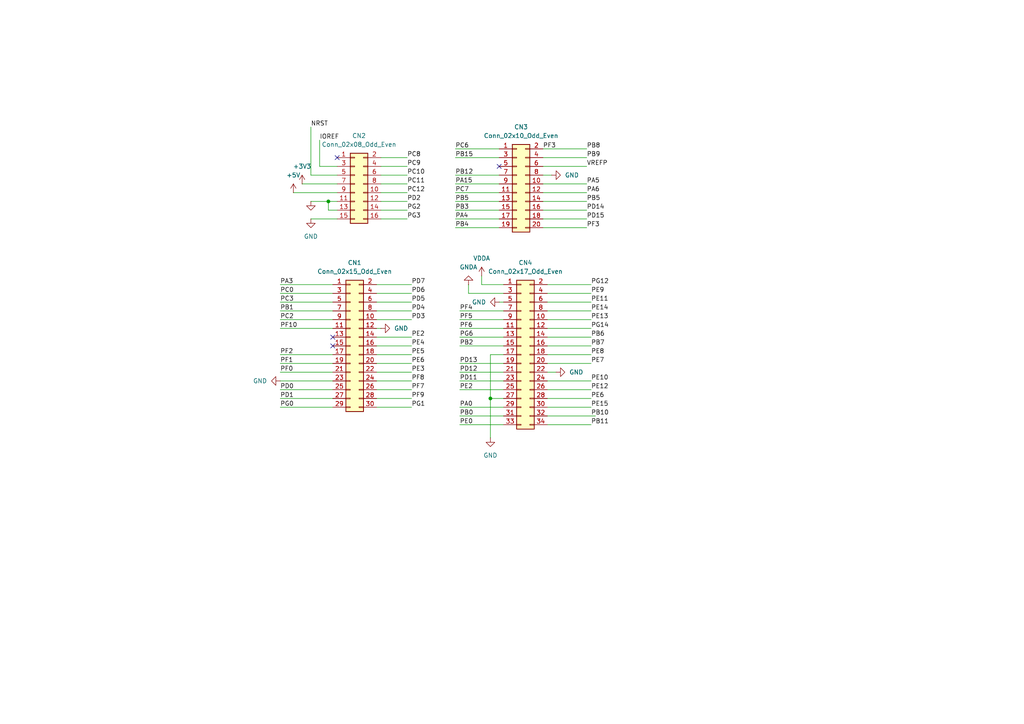
<source format=kicad_sch>
(kicad_sch (version 20231120) (generator "eeschema") (generator_version "8.0")
  (paper "A4")
  (lib_symbols
    (symbol "Connector_Generic:Conn_02x08_Odd_Even" (pin_names (offset 1.016) hide)
      (property "Reference" "J" (at 1.27 10.16 0))
      (property "Value" "Conn_02x08_Odd_Even" (at 1.27 -12.7 0))
      (symbol "Conn_02x08_Odd_Even_1_1"
        (rectangle (start -1.27 -10.033) (end 0 -10.287) (stroke (width 0.1524)))
        (rectangle (start -1.27 -7.493) (end 0 -7.747) (stroke (width 0.1524)))
        (rectangle (start -1.27 -4.953) (end 0 -5.207) (stroke (width 0.1524)))
        (rectangle (start -1.27 -2.413) (end 0 -2.667) (stroke (width 0.1524)))
        (rectangle (start -1.27 0.127) (end 0 -0.127) (stroke (width 0.1524)))
        (rectangle (start -1.27 2.667) (end 0 2.413) (stroke (width 0.1524)))
        (rectangle (start -1.27 5.207) (end 0 4.953) (stroke (width 0.1524)))
        (rectangle (start -1.27 7.747) (end 0 7.493) (stroke (width 0.1524)))
        (rectangle (start -1.27 8.89) (end 3.81 -11.43) (stroke (width 0.254)) (fill (type background)))
        (rectangle (start 3.81 -10.033) (end 2.54 -10.287) (stroke (width 0.1524)))
        (rectangle (start 3.81 -7.493) (end 2.54 -7.747) (stroke (width 0.1524)))
        (rectangle (start 3.81 -4.953) (end 2.54 -5.207) (stroke (width 0.1524)))
        (rectangle (start 3.81 -2.413) (end 2.54 -2.667) (stroke (width 0.1524)))
        (rectangle (start 3.81 0.127) (end 2.54 -0.127) (stroke (width 0.1524)))
        (rectangle (start 3.81 2.667) (end 2.54 2.413) (stroke (width 0.1524)))
        (rectangle (start 3.81 5.207) (end 2.54 4.953) (stroke (width 0.1524)))
        (rectangle (start 3.81 7.747) (end 2.54 7.493) (stroke (width 0.1524)))
        (pin passive line (at -5.08 7.62 0) (length 3.81) (name "Pin_1") (number "1"))
        (pin passive line (at 7.62 -2.54 180) (length 3.81) (name "Pin_10") (number "10"))
        (pin passive line (at -5.08 -5.08 0) (length 3.81) (name "Pin_11") (number "11"))
        (pin passive line (at 7.62 -5.08 180) (length 3.81) (name "Pin_12") (number "12"))
        (pin passive line (at -5.08 -7.62 0) (length 3.81) (name "Pin_13") (number "13"))
        (pin passive line (at 7.62 -7.62 180) (length 3.81) (name "Pin_14") (number "14"))
        (pin passive line (at -5.08 -10.16 0) (length 3.81) (name "Pin_15") (number "15"))
        (pin passive line (at 7.62 -10.16 180) (length 3.81) (name "Pin_16") (number "16"))
        (pin passive line (at 7.62 7.62 180) (length 3.81) (name "Pin_2") (number "2"))
        (pin passive line (at -5.08 5.08 0) (length 3.81) (name "Pin_3") (number "3"))
        (pin passive line (at 7.62 5.08 180) (length 3.81) (name "Pin_4") (number "4"))
        (pin passive line (at -5.08 2.54 0) (length 3.81) (name "Pin_5") (number "5"))
        (pin passive line (at 7.62 2.54 180) (length 3.81) (name "Pin_6") (number "6"))
        (pin passive line (at -5.08 0 0) (length 3.81) (name "Pin_7") (number "7"))
        (pin passive line (at 7.62 0 180) (length 3.81) (name "Pin_8") (number "8"))
        (pin passive line (at -5.08 -2.54 0) (length 3.81) (name "Pin_9") (number "9"))
      )
    )
    (symbol "Connector_Generic:Conn_02x10_Odd_Even" (pin_names (offset 1.016) hide)
      (property "Reference" "J" (at 1.27 12.7 0))
      (property "Value" "Conn_02x10_Odd_Even" (at 1.27 -15.24 0))
      (symbol "Conn_02x10_Odd_Even_1_1"
        (rectangle (start -1.27 -12.573) (end 0 -12.827) (stroke (width 0.1524)))
        (rectangle (start -1.27 -10.033) (end 0 -10.287) (stroke (width 0.1524)))
        (rectangle (start -1.27 -7.493) (end 0 -7.747) (stroke (width 0.1524)))
        (rectangle (start -1.27 -4.953) (end 0 -5.207) (stroke (width 0.1524)))
        (rectangle (start -1.27 -2.413) (end 0 -2.667) (stroke (width 0.1524)))
        (rectangle (start -1.27 0.127) (end 0 -0.127) (stroke (width 0.1524)))
        (rectangle (start -1.27 2.667) (end 0 2.413) (stroke (width 0.1524)))
        (rectangle (start -1.27 5.207) (end 0 4.953) (stroke (width 0.1524)))
        (rectangle (start -1.27 7.747) (end 0 7.493) (stroke (width 0.1524)))
        (rectangle (start -1.27 10.287) (end 0 10.033) (stroke (width 0.1524)))
        (rectangle (start -1.27 11.43) (end 3.81 -13.97) (stroke (width 0.254)) (fill (type background)))
        (rectangle (start 3.81 -12.573) (end 2.54 -12.827) (stroke (width 0.1524)))
        (rectangle (start 3.81 -10.033) (end 2.54 -10.287) (stroke (width 0.1524)))
        (rectangle (start 3.81 -7.493) (end 2.54 -7.747) (stroke (width 0.1524)))
        (rectangle (start 3.81 -4.953) (end 2.54 -5.207) (stroke (width 0.1524)))
        (rectangle (start 3.81 -2.413) (end 2.54 -2.667) (stroke (width 0.1524)))
        (rectangle (start 3.81 0.127) (end 2.54 -0.127) (stroke (width 0.1524)))
        (rectangle (start 3.81 2.667) (end 2.54 2.413) (stroke (width 0.1524)))
        (rectangle (start 3.81 5.207) (end 2.54 4.953) (stroke (width 0.1524)))
        (rectangle (start 3.81 7.747) (end 2.54 7.493) (stroke (width 0.1524)))
        (rectangle (start 3.81 10.287) (end 2.54 10.033) (stroke (width 0.1524)))
        (pin passive line (at -5.08 10.16 0) (length 3.81) (name "Pin_1") (number "1"))
        (pin passive line (at 7.62 0 180) (length 3.81) (name "Pin_10") (number "10"))
        (pin passive line (at -5.08 -2.54 0) (length 3.81) (name "Pin_11") (number "11"))
        (pin passive line (at 7.62 -2.54 180) (length 3.81) (name "Pin_12") (number "12"))
        (pin passive line (at -5.08 -5.08 0) (length 3.81) (name "Pin_13") (number "13"))
        (pin passive line (at 7.62 -5.08 180) (length 3.81) (name "Pin_14") (number "14"))
        (pin passive line (at -5.08 -7.62 0) (length 3.81) (name "Pin_15") (number "15"))
        (pin passive line (at 7.62 -7.62 180) (length 3.81) (name "Pin_16") (number "16"))
        (pin passive line (at -5.08 -10.16 0) (length 3.81) (name "Pin_17") (number "17"))
        (pin passive line (at 7.62 -10.16 180) (length 3.81) (name "Pin_18") (number "18"))
        (pin passive line (at -5.08 -12.7 0) (length 3.81) (name "Pin_19") (number "19"))
        (pin passive line (at 7.62 10.16 180) (length 3.81) (name "Pin_2") (number "2"))
        (pin passive line (at 7.62 -12.7 180) (length 3.81) (name "Pin_20") (number "20"))
        (pin passive line (at -5.08 7.62 0) (length 3.81) (name "Pin_3") (number "3"))
        (pin passive line (at 7.62 7.62 180) (length 3.81) (name "Pin_4") (number "4"))
        (pin passive line (at -5.08 5.08 0) (length 3.81) (name "Pin_5") (number "5"))
        (pin passive line (at 7.62 5.08 180) (length 3.81) (name "Pin_6") (number "6"))
        (pin passive line (at -5.08 2.54 0) (length 3.81) (name "Pin_7") (number "7"))
        (pin passive line (at 7.62 2.54 180) (length 3.81) (name "Pin_8") (number "8"))
        (pin passive line (at -5.08 0 0) (length 3.81) (name "Pin_9") (number "9"))
      )
    )
    (symbol "Connector_Generic:Conn_02x15_Odd_Even" (pin_names (offset 1.016) hide)
      (property "Reference" "J" (at 1.27 20.32 0))
      (property "Value" "Conn_02x15_Odd_Even" (at 1.27 -20.32 0))
      (symbol "Conn_02x15_Odd_Even_1_1"
        (rectangle (start -1.27 -17.653) (end 0 -17.907) (stroke (width 0.1524)))
        (rectangle (start -1.27 -15.113) (end 0 -15.367) (stroke (width 0.1524)))
        (rectangle (start -1.27 -12.573) (end 0 -12.827) (stroke (width 0.1524)))
        (rectangle (start -1.27 -10.033) (end 0 -10.287) (stroke (width 0.1524)))
        (rectangle (start -1.27 -7.493) (end 0 -7.747) (stroke (width 0.1524)))
        (rectangle (start -1.27 -4.953) (end 0 -5.207) (stroke (width 0.1524)))
        (rectangle (start -1.27 -2.413) (end 0 -2.667) (stroke (width 0.1524)))
        (rectangle (start -1.27 0.127) (end 0 -0.127) (stroke (width 0.1524)))
        (rectangle (start -1.27 2.667) (end 0 2.413) (stroke (width 0.1524)))
        (rectangle (start -1.27 5.207) (end 0 4.953) (stroke (width 0.1524)))
        (rectangle (start -1.27 7.747) (end 0 7.493) (stroke (width 0.1524)))
        (rectangle (start -1.27 10.287) (end 0 10.033) (stroke (width 0.1524)))
        (rectangle (start -1.27 12.827) (end 0 12.573) (stroke (width 0.1524)))
        (rectangle (start -1.27 15.367) (end 0 15.113) (stroke (width 0.1524)))
        (rectangle (start -1.27 17.907) (end 0 17.653) (stroke (width 0.1524)))
        (rectangle (start -1.27 19.05) (end 3.81 -19.05) (stroke (width 0.254)) (fill (type background)))
        (rectangle (start 3.81 -17.653) (end 2.54 -17.907) (stroke (width 0.1524)))
        (rectangle (start 3.81 -15.113) (end 2.54 -15.367) (stroke (width 0.1524)))
        (rectangle (start 3.81 -12.573) (end 2.54 -12.827) (stroke (width 0.1524)))
        (rectangle (start 3.81 -10.033) (end 2.54 -10.287) (stroke (width 0.1524)))
        (rectangle (start 3.81 -7.493) (end 2.54 -7.747) (stroke (width 0.1524)))
        (rectangle (start 3.81 -4.953) (end 2.54 -5.207) (stroke (width 0.1524)))
        (rectangle (start 3.81 -2.413) (end 2.54 -2.667) (stroke (width 0.1524)))
        (rectangle (start 3.81 0.127) (end 2.54 -0.127) (stroke (width 0.1524)))
        (rectangle (start 3.81 2.667) (end 2.54 2.413) (stroke (width 0.1524)))
        (rectangle (start 3.81 5.207) (end 2.54 4.953) (stroke (width 0.1524)))
        (rectangle (start 3.81 7.747) (end 2.54 7.493) (stroke (width 0.1524)))
        (rectangle (start 3.81 10.287) (end 2.54 10.033) (stroke (width 0.1524)))
        (rectangle (start 3.81 12.827) (end 2.54 12.573) (stroke (width 0.1524)))
        (rectangle (start 3.81 15.367) (end 2.54 15.113) (stroke (width 0.1524)))
        (rectangle (start 3.81 17.907) (end 2.54 17.653) (stroke (width 0.1524)))
        (pin passive line (at -5.08 17.78 0) (length 3.81) (name "Pin_1") (number "1"))
        (pin passive line (at 7.62 7.62 180) (length 3.81) (name "Pin_10") (number "10"))
        (pin passive line (at -5.08 5.08 0) (length 3.81) (name "Pin_11") (number "11"))
        (pin passive line (at 7.62 5.08 180) (length 3.81) (name "Pin_12") (number "12"))
        (pin passive line (at -5.08 2.54 0) (length 3.81) (name "Pin_13") (number "13"))
        (pin passive line (at 7.62 2.54 180) (length 3.81) (name "Pin_14") (number "14"))
        (pin passive line (at -5.08 0 0) (length 3.81) (name "Pin_15") (number "15"))
        (pin passive line (at 7.62 0 180) (length 3.81) (name "Pin_16") (number "16"))
        (pin passive line (at -5.08 -2.54 0) (length 3.81) (name "Pin_17") (number "17"))
        (pin passive line (at 7.62 -2.54 180) (length 3.81) (name "Pin_18") (number "18"))
        (pin passive line (at -5.08 -5.08 0) (length 3.81) (name "Pin_19") (number "19"))
        (pin passive line (at 7.62 17.78 180) (length 3.81) (name "Pin_2") (number "2"))
        (pin passive line (at 7.62 -5.08 180) (length 3.81) (name "Pin_20") (number "20"))
        (pin passive line (at -5.08 -7.62 0) (length 3.81) (name "Pin_21") (number "21"))
        (pin passive line (at 7.62 -7.62 180) (length 3.81) (name "Pin_22") (number "22"))
        (pin passive line (at -5.08 -10.16 0) (length 3.81) (name "Pin_23") (number "23"))
        (pin passive line (at 7.62 -10.16 180) (length 3.81) (name "Pin_24") (number "24"))
        (pin passive line (at -5.08 -12.7 0) (length 3.81) (name "Pin_25") (number "25"))
        (pin passive line (at 7.62 -12.7 180) (length 3.81) (name "Pin_26") (number "26"))
        (pin passive line (at -5.08 -15.24 0) (length 3.81) (name "Pin_27") (number "27"))
        (pin passive line (at 7.62 -15.24 180) (length 3.81) (name "Pin_28") (number "28"))
        (pin passive line (at -5.08 -17.78 0) (length 3.81) (name "Pin_29") (number "29"))
        (pin passive line (at -5.08 15.24 0) (length 3.81) (name "Pin_3") (number "3"))
        (pin passive line (at 7.62 -17.78 180) (length 3.81) (name "Pin_30") (number "30"))
        (pin passive line (at 7.62 15.24 180) (length 3.81) (name "Pin_4") (number "4"))
        (pin passive line (at -5.08 12.7 0) (length 3.81) (name "Pin_5") (number "5"))
        (pin passive line (at 7.62 12.7 180) (length 3.81) (name "Pin_6") (number "6"))
        (pin passive line (at -5.08 10.16 0) (length 3.81) (name "Pin_7") (number "7"))
        (pin passive line (at 7.62 10.16 180) (length 3.81) (name "Pin_8") (number "8"))
        (pin passive line (at -5.08 7.62 0) (length 3.81) (name "Pin_9") (number "9"))
      )
    )
    (symbol "Connector_Generic:Conn_02x17_Odd_Even" (pin_names (offset 1.016) hide)
      (property "Reference" "J" (at 1.27 22.86 0))
      (property "Value" "Conn_02x17_Odd_Even" (at 1.27 -22.86 0))
      (symbol "Conn_02x17_Odd_Even_1_1"
        (rectangle (start -1.27 -20.193) (end 0 -20.447) (stroke (width 0.1524)))
        (rectangle (start -1.27 -17.653) (end 0 -17.907) (stroke (width 0.1524)))
        (rectangle (start -1.27 -15.113) (end 0 -15.367) (stroke (width 0.1524)))
        (rectangle (start -1.27 -12.573) (end 0 -12.827) (stroke (width 0.1524)))
        (rectangle (start -1.27 -10.033) (end 0 -10.287) (stroke (width 0.1524)))
        (rectangle (start -1.27 -7.493) (end 0 -7.747) (stroke (width 0.1524)))
        (rectangle (start -1.27 -4.953) (end 0 -5.207) (stroke (width 0.1524)))
        (rectangle (start -1.27 -2.413) (end 0 -2.667) (stroke (width 0.1524)))
        (rectangle (start -1.27 0.127) (end 0 -0.127) (stroke (width 0.1524)))
        (rectangle (start -1.27 2.667) (end 0 2.413) (stroke (width 0.1524)))
        (rectangle (start -1.27 5.207) (end 0 4.953) (stroke (width 0.1524)))
        (rectangle (start -1.27 7.747) (end 0 7.493) (stroke (width 0.1524)))
        (rectangle (start -1.27 10.287) (end 0 10.033) (stroke (width 0.1524)))
        (rectangle (start -1.27 12.827) (end 0 12.573) (stroke (width 0.1524)))
        (rectangle (start -1.27 15.367) (end 0 15.113) (stroke (width 0.1524)))
        (rectangle (start -1.27 17.907) (end 0 17.653) (stroke (width 0.1524)))
        (rectangle (start -1.27 20.447) (end 0 20.193) (stroke (width 0.1524)))
        (rectangle (start -1.27 21.59) (end 3.81 -21.59) (stroke (width 0.254)) (fill (type background)))
        (rectangle (start 3.81 -20.193) (end 2.54 -20.447) (stroke (width 0.1524)))
        (rectangle (start 3.81 -17.653) (end 2.54 -17.907) (stroke (width 0.1524)))
        (rectangle (start 3.81 -15.113) (end 2.54 -15.367) (stroke (width 0.1524)))
        (rectangle (start 3.81 -12.573) (end 2.54 -12.827) (stroke (width 0.1524)))
        (rectangle (start 3.81 -10.033) (end 2.54 -10.287) (stroke (width 0.1524)))
        (rectangle (start 3.81 -7.493) (end 2.54 -7.747) (stroke (width 0.1524)))
        (rectangle (start 3.81 -4.953) (end 2.54 -5.207) (stroke (width 0.1524)))
        (rectangle (start 3.81 -2.413) (end 2.54 -2.667) (stroke (width 0.1524)))
        (rectangle (start 3.81 0.127) (end 2.54 -0.127) (stroke (width 0.1524)))
        (rectangle (start 3.81 2.667) (end 2.54 2.413) (stroke (width 0.1524)))
        (rectangle (start 3.81 5.207) (end 2.54 4.953) (stroke (width 0.1524)))
        (rectangle (start 3.81 7.747) (end 2.54 7.493) (stroke (width 0.1524)))
        (rectangle (start 3.81 10.287) (end 2.54 10.033) (stroke (width 0.1524)))
        (rectangle (start 3.81 12.827) (end 2.54 12.573) (stroke (width 0.1524)))
        (rectangle (start 3.81 15.367) (end 2.54 15.113) (stroke (width 0.1524)))
        (rectangle (start 3.81 17.907) (end 2.54 17.653) (stroke (width 0.1524)))
        (rectangle (start 3.81 20.447) (end 2.54 20.193) (stroke (width 0.1524)))
        (pin passive line (at -5.08 20.32 0) (length 3.81) (name "Pin_1") (number "1"))
        (pin passive line (at 7.62 10.16 180) (length 3.81) (name "Pin_10") (number "10"))
        (pin passive line (at -5.08 7.62 0) (length 3.81) (name "Pin_11") (number "11"))
        (pin passive line (at 7.62 7.62 180) (length 3.81) (name "Pin_12") (number "12"))
        (pin passive line (at -5.08 5.08 0) (length 3.81) (name "Pin_13") (number "13"))
        (pin passive line (at 7.62 5.08 180) (length 3.81) (name "Pin_14") (number "14"))
        (pin passive line (at -5.08 2.54 0) (length 3.81) (name "Pin_15") (number "15"))
        (pin passive line (at 7.62 2.54 180) (length 3.81) (name "Pin_16") (number "16"))
        (pin passive line (at -5.08 0 0) (length 3.81) (name "Pin_17") (number "17"))
        (pin passive line (at 7.62 0 180) (length 3.81) (name "Pin_18") (number "18"))
        (pin passive line (at -5.08 -2.54 0) (length 3.81) (name "Pin_19") (number "19"))
        (pin passive line (at 7.62 20.32 180) (length 3.81) (name "Pin_2") (number "2"))
        (pin passive line (at 7.62 -2.54 180) (length 3.81) (name "Pin_20") (number "20"))
        (pin passive line (at -5.08 -5.08 0) (length 3.81) (name "Pin_21") (number "21"))
        (pin passive line (at 7.62 -5.08 180) (length 3.81) (name "Pin_22") (number "22"))
        (pin passive line (at -5.08 -7.62 0) (length 3.81) (name "Pin_23") (number "23"))
        (pin passive line (at 7.62 -7.62 180) (length 3.81) (name "Pin_24") (number "24"))
        (pin passive line (at -5.08 -10.16 0) (length 3.81) (name "Pin_25") (number "25"))
        (pin passive line (at 7.62 -10.16 180) (length 3.81) (name "Pin_26") (number "26"))
        (pin passive line (at -5.08 -12.7 0) (length 3.81) (name "Pin_27") (number "27"))
        (pin passive line (at 7.62 -12.7 180) (length 3.81) (name "Pin_28") (number "28"))
        (pin passive line (at -5.08 -15.24 0) (length 3.81) (name "Pin_29") (number "29"))
        (pin passive line (at -5.08 17.78 0) (length 3.81) (name "Pin_3") (number "3"))
        (pin passive line (at 7.62 -15.24 180) (length 3.81) (name "Pin_30") (number "30"))
        (pin passive line (at -5.08 -17.78 0) (length 3.81) (name "Pin_31") (number "31"))
        (pin passive line (at 7.62 -17.78 180) (length 3.81) (name "Pin_32") (number "32"))
        (pin passive line (at -5.08 -20.32 0) (length 3.81) (name "Pin_33") (number "33"))
        (pin passive line (at 7.62 -20.32 180) (length 3.81) (name "Pin_34") (number "34"))
        (pin passive line (at 7.62 17.78 180) (length 3.81) (name "Pin_4") (number "4"))
        (pin passive line (at -5.08 15.24 0) (length 3.81) (name "Pin_5") (number "5"))
        (pin passive line (at 7.62 15.24 180) (length 3.81) (name "Pin_6") (number "6"))
        (pin passive line (at -5.08 12.7 0) (length 3.81) (name "Pin_7") (number "7"))
        (pin passive line (at 7.62 12.7 180) (length 3.81) (name "Pin_8") (number "8"))
        (pin passive line (at -5.08 10.16 0) (length 3.81) (name "Pin_9") (number "9"))
      )
    )
    (symbol "power:+3V3" (power) (pin_numbers hide) (pin_names (offset 0) hide)
      (property "Value" "+3V3" (at 0 3.556 0))
      (symbol "+3V3_0_1"
        (polyline (pts (xy -0.762 1.27) (xy 0 2.54)))
        (polyline (pts (xy 0 0) (xy 0 2.54)))
        (polyline (pts (xy 0 2.54) (xy 0.762 1.27)))
      )
      (symbol "+3V3_1_1"
        (pin power_in line (at 0 0 90) (length 0) (name "~") (number "1"))
      )
    )
    (symbol "power:+5V" (power) (pin_numbers hide) (pin_names (offset 0) hide)
      (property "Value" "+5V" (at 0 3.556 0))
      (symbol "+5V_0_1"
        (polyline (pts (xy -0.762 1.27) (xy 0 2.54)))
        (polyline (pts (xy 0 0) (xy 0 2.54)))
        (polyline (pts (xy 0 2.54) (xy 0.762 1.27)))
      )
      (symbol "+5V_1_1"
        (pin power_in line (at 0 0 90) (length 0) (name "~") (number "1"))
      )
    )
    (symbol "power:GND" (power) (pin_numbers hide) (pin_names (offset 0) hide)
      (property "Value" "GND" (at 0 -3.81 0))
      (symbol "GND_0_1"
        (polyline (pts (xy 0 0) (xy 0 -1.27) (xy 1.27 -1.27) (xy 0 -2.54) (xy -1.27 -1.27) (xy 0 -1.27)))
      )
      (symbol "GND_1_1"
        (pin power_in line (at 0 0 270) (length 0) (name "~") (number "1"))
      )
    )
    (symbol "power:GNDA" (power) (pin_numbers hide) (pin_names (offset 0) hide)
      (property "Value" "GNDA" (at 0 -3.81 0))
      (symbol "GNDA_0_1"
        (polyline (pts (xy 0 0) (xy 0 -1.27) (xy 1.27 -1.27) (xy 0 -2.54) (xy -1.27 -1.27) (xy 0 -1.27)))
      )
      (symbol "GNDA_1_1"
        (pin power_in line (at 0 0 270) (length 0) (name "~") (number "1"))
      )
    )
    (symbol "power:VDDA" (power) (pin_numbers hide) (pin_names (offset 0) hide)
      (property "Value" "VDDA" (at 0 3.556 0))
      (symbol "VDDA_0_1"
        (polyline (pts (xy -0.762 1.27) (xy 0 2.54)))
        (polyline (pts (xy 0 0) (xy 0 2.54)))
        (polyline (pts (xy 0 2.54) (xy 0.762 1.27)))
      )
      (symbol "VDDA_1_1"
        (pin power_in line (at 0 0 90) (length 0) (name "~") (number "1"))
      )
    )
  )
  (junction (at 142.24 115.57))
  (junction (at 95.25 58.42))
  (no_connect (at 144.78 48.26))
  (no_connect (at 97.79 45.72))
  (no_connect (at 96.52 97.79))
  (no_connect (at 96.52 100.33))
  (wire (pts (xy 133.35 105.41) (xy 146.05 105.41)))
  (wire (pts (xy 146.05 102.87) (xy 142.24 102.87)))
  (wire (pts (xy 81.28 110.49) (xy 96.52 110.49)))
  (wire (pts (xy 158.75 105.41) (xy 171.45 105.41)))
  (wire (pts (xy 110.49 45.72) (xy 118.11 45.72)))
  (wire (pts (xy 132.08 50.8) (xy 144.78 50.8)))
  (wire (pts (xy 132.08 53.34) (xy 144.78 53.34)))
  (wire (pts (xy 158.75 123.19) (xy 171.45 123.19)))
  (wire (pts (xy 142.24 115.57) (xy 142.24 127)))
  (wire (pts (xy 157.48 50.8) (xy 160.02 50.8)))
  (wire (pts (xy 142.24 102.87) (xy 142.24 115.57)))
  (wire (pts (xy 109.22 90.17) (xy 119.38 90.17)))
  (wire (pts (xy 90.17 50.8) (xy 90.17 36.83)))
  (wire (pts (xy 158.75 100.33) (xy 171.45 100.33)))
  (wire (pts (xy 146.05 85.09) (xy 135.89 85.09)))
  (wire (pts (xy 95.25 58.42) (xy 97.79 58.42)))
  (wire (pts (xy 81.28 107.95) (xy 96.52 107.95)))
  (wire (pts (xy 110.49 53.34) (xy 118.11 53.34)))
  (wire (pts (xy 97.79 60.96) (xy 95.25 60.96)))
  (wire (pts (xy 133.35 97.79) (xy 146.05 97.79)))
  (wire (pts (xy 157.48 45.72) (xy 170.18 45.72)))
  (wire (pts (xy 158.75 92.71) (xy 171.45 92.71)))
  (wire (pts (xy 92.71 48.26) (xy 97.79 48.26)))
  (wire (pts (xy 157.48 66.04) (xy 170.18 66.04)))
  (wire (pts (xy 81.28 90.17) (xy 96.52 90.17)))
  (wire (pts (xy 132.08 58.42) (xy 144.78 58.42)))
  (wire (pts (xy 158.75 110.49) (xy 171.45 110.49)))
  (wire (pts (xy 109.22 97.79) (xy 119.38 97.79)))
  (wire (pts (xy 133.35 92.71) (xy 146.05 92.71)))
  (wire (pts (xy 133.35 100.33) (xy 146.05 100.33)))
  (wire (pts (xy 87.63 53.34) (xy 97.79 53.34)))
  (wire (pts (xy 157.48 55.88) (xy 170.18 55.88)))
  (wire (pts (xy 139.7 80.01) (xy 139.7 82.55)))
  (wire (pts (xy 109.22 82.55) (xy 119.38 82.55)))
  (wire (pts (xy 158.75 87.63) (xy 171.45 87.63)))
  (wire (pts (xy 133.35 95.25) (xy 146.05 95.25)))
  (wire (pts (xy 110.49 50.8) (xy 118.11 50.8)))
  (wire (pts (xy 109.22 100.33) (xy 119.38 100.33)))
  (wire (pts (xy 157.48 63.5) (xy 170.18 63.5)))
  (wire (pts (xy 109.22 87.63) (xy 119.38 87.63)))
  (wire (pts (xy 109.22 113.03) (xy 119.38 113.03)))
  (wire (pts (xy 157.48 60.96) (xy 170.18 60.96)))
  (wire (pts (xy 81.28 118.11) (xy 96.52 118.11)))
  (wire (pts (xy 132.08 60.96) (xy 144.78 60.96)))
  (wire (pts (xy 158.75 90.17) (xy 171.45 90.17)))
  (wire (pts (xy 158.75 115.57) (xy 171.45 115.57)))
  (wire (pts (xy 109.22 92.71) (xy 119.38 92.71)))
  (wire (pts (xy 96.52 115.57) (xy 81.28 115.57)))
  (wire (pts (xy 158.75 82.55) (xy 171.45 82.55)))
  (wire (pts (xy 81.28 92.71) (xy 96.52 92.71)))
  (wire (pts (xy 109.22 115.57) (xy 119.38 115.57)))
  (wire (pts (xy 109.22 102.87) (xy 119.38 102.87)))
  (wire (pts (xy 157.48 53.34) (xy 170.18 53.34)))
  (wire (pts (xy 109.22 105.41) (xy 119.38 105.41)))
  (wire (pts (xy 118.11 58.42) (xy 110.49 58.42)))
  (wire (pts (xy 158.75 107.95) (xy 161.29 107.95)))
  (wire (pts (xy 81.28 105.41) (xy 96.52 105.41)))
  (wire (pts (xy 158.75 120.65) (xy 172.72 120.65)))
  (wire (pts (xy 92.71 48.26) (xy 92.71 40.64)))
  (wire (pts (xy 158.75 85.09) (xy 171.45 85.09)))
  (wire (pts (xy 81.28 95.25) (xy 96.52 95.25)))
  (wire (pts (xy 133.35 90.17) (xy 146.05 90.17)))
  (wire (pts (xy 146.05 107.95) (xy 133.35 107.95)))
  (wire (pts (xy 81.28 87.63) (xy 96.52 87.63)))
  (wire (pts (xy 133.35 123.19) (xy 146.05 123.19)))
  (wire (pts (xy 109.22 85.09) (xy 119.38 85.09)))
  (wire (pts (xy 132.08 43.18) (xy 144.78 43.18)))
  (wire (pts (xy 157.48 48.26) (xy 170.18 48.26)))
  (wire (pts (xy 133.35 110.49) (xy 146.05 110.49)))
  (wire (pts (xy 132.08 45.72) (xy 144.78 45.72)))
  (wire (pts (xy 132.08 55.88) (xy 144.78 55.88)))
  (wire (pts (xy 144.78 87.63) (xy 146.05 87.63)))
  (wire (pts (xy 85.09 55.88) (xy 97.79 55.88)))
  (wire (pts (xy 118.11 55.88) (xy 110.49 55.88)))
  (wire (pts (xy 96.52 113.03) (xy 81.28 113.03)))
  (wire (pts (xy 158.75 113.03) (xy 171.45 113.03)))
  (wire (pts (xy 95.25 58.42) (xy 95.25 60.96)))
  (wire (pts (xy 109.22 107.95) (xy 119.38 107.95)))
  (wire (pts (xy 158.75 95.25) (xy 171.45 95.25)))
  (wire (pts (xy 132.08 66.04) (xy 144.78 66.04)))
  (wire (pts (xy 142.24 115.57) (xy 146.05 115.57)))
  (wire (pts (xy 90.17 63.5) (xy 97.79 63.5)))
  (wire (pts (xy 109.22 110.49) (xy 119.38 110.49)))
  (wire (pts (xy 81.28 85.09) (xy 96.52 85.09)))
  (wire (pts (xy 118.11 63.5) (xy 110.49 63.5)))
  (wire (pts (xy 90.17 50.8) (xy 97.79 50.8)))
  (wire (pts (xy 81.28 82.55) (xy 96.52 82.55)))
  (wire (pts (xy 110.49 48.26) (xy 118.11 48.26)))
  (wire (pts (xy 139.7 82.55) (xy 146.05 82.55)))
  (wire (pts (xy 133.35 120.65) (xy 146.05 120.65)))
  (wire (pts (xy 158.75 102.87) (xy 171.45 102.87)))
  (wire (pts (xy 133.35 113.03) (xy 146.05 113.03)))
  (wire (pts (xy 158.75 118.11) (xy 171.45 118.11)))
  (wire (pts (xy 135.89 85.09) (xy 135.89 82.55)))
  (wire (pts (xy 118.11 60.96) (xy 110.49 60.96)))
  (wire (pts (xy 109.22 95.25) (xy 110.49 95.25)))
  (wire (pts (xy 90.17 58.42) (xy 95.25 58.42)))
  (wire (pts (xy 96.52 102.87) (xy 81.28 102.87)))
  (wire (pts (xy 158.75 97.79) (xy 171.45 97.79)))
  (wire (pts (xy 109.22 118.11) (xy 119.38 118.11)))
  (wire (pts (xy 157.48 58.42) (xy 170.18 58.42)))
  (wire (pts (xy 133.35 118.11) (xy 146.05 118.11)))
  (wire (pts (xy 157.48 43.18) (xy 170.18 43.18)))
  (wire (pts (xy 144.78 63.5) (xy 132.08 63.5)))
  (label "PE7" (at 171.45 105.41 0))
  (label "PC8" (at 118.11 45.72 0))
  (label "PB6" (at 171.45 97.79 0))
  (label "PD1" (at 81.28 115.57 0))
  (label "PB7" (at 171.45 100.33 0))
  (label "PB10" (at 171.45 120.65 0))
  (label "PB8" (at 170.18 43.18 0))
  (label "PE14" (at 171.45 90.17 0))
  (label "PD5" (at 119.38 87.63 0))
  (label "PB3" (at 132.08 60.96 0))
  (label "PG12" (at 171.45 82.55 0))
  (label "PA5" (at 170.18 53.34 0))
  (label "PC12" (at 118.11 55.88 0))
  (label "IOREF" (at 92.71 40.64 0))
  (label "PF2" (at 81.28 102.87 0))
  (label "PE9" (at 171.45 85.09 0))
  (label "PD4" (at 119.38 90.17 0))
  (label "PE12" (at 171.45 113.03 0))
  (label "PF4" (at 133.35 90.17 0))
  (label "PG2" (at 118.11 60.96 0))
  (label "PC7" (at 132.08 55.88 0))
  (label "PE0" (at 133.35 123.19 0))
  (label "PF5" (at 133.35 92.71 0))
  (label "PF9" (at 119.38 115.57 0))
  (label "PE2" (at 119.38 97.79 0))
  (label "PB12" (at 132.08 50.8 0))
  (label "PE4" (at 119.38 100.33 0))
  (label "PB9" (at 170.18 45.72 0))
  (label "PC3" (at 81.28 87.63 0))
  (label "PF7" (at 119.38 113.03 0))
  (label "PA6" (at 170.18 55.88 0))
  (label "PB5" (at 170.18 58.42 0))
  (label "PF0" (at 81.28 107.95 0))
  (label "PA3" (at 81.28 82.55 0))
  (label "PB0" (at 133.35 120.65 0))
  (label "PF1" (at 81.28 105.41 0))
  (label "PE6" (at 171.45 115.57 0))
  (label "PD2" (at 118.11 58.42 0))
  (label "PC11" (at 118.11 53.34 0))
  (label "PE10" (at 171.45 110.49 0))
  (label "PB1" (at 81.28 90.17 0))
  (label "PF10" (at 81.28 95.25 0))
  (label "PA15" (at 132.08 53.34 0))
  (label "PD13" (at 133.35 105.41 0))
  (label "PG6" (at 133.35 97.79 0))
  (label "PE2" (at 133.35 113.03 0))
  (label "PB2" (at 133.35 100.33 0))
  (label "PF8" (at 119.38 110.49 0))
  (label "PF6" (at 133.35 95.25 0))
  (label "PC6" (at 132.08 43.18 0))
  (label "PB11" (at 171.45 123.19 0))
  (label "PB4" (at 132.08 66.04 0))
  (label "PG0" (at 81.28 118.11 0))
  (label "PG3" (at 118.11 63.5 0))
  (label "PD12" (at 133.35 107.95 0))
  (label "PE15" (at 171.45 118.11 0))
  (label "PD6" (at 119.38 85.09 0))
  (label "PA4" (at 132.08 63.5 0))
  (label "PE6" (at 119.38 105.41 0))
  (label "PE11" (at 171.45 87.63 0))
  (label "PC10" (at 118.11 50.8 0))
  (label "PF3" (at 157.48 43.18 0))
  (label "PE3" (at 119.38 107.95 0))
  (label "VREFP" (at 170.18 48.26 0))
  (label "PF3" (at 170.18 66.04 0))
  (label "PE13" (at 171.45 92.71 0))
  (label "PC2" (at 81.28 92.71 0))
  (label "PA0" (at 133.35 118.11 0))
  (label "PE5" (at 119.38 102.87 0))
  (label "PB15" (at 132.08 45.72 0))
  (label "PC9" (at 118.11 48.26 0))
  (label "PC0" (at 81.28 85.09 0))
  (label "PG14" (at 171.45 95.25 0))
  (label "PD0" (at 81.28 113.03 0))
  (label "PB5" (at 132.08 58.42 0))
  (label "PD14" (at 170.18 60.96 0))
  (label "PD7" (at 119.38 82.55 0))
  (label "PD15" (at 170.18 63.5 0))
  (label "NRST" (at 90.17 36.83 0))
  (label "PD11" (at 133.35 110.49 0))
  (label "PE8" (at 171.45 102.87 0))
  (label "PD3" (at 119.38 92.71 0))
  (label "PG1" (at 119.38 118.11 0))
  (symbol (lib_id "power:GND") (at 90.17 58.42 0) (unit 1)
    (property "Reference" "#PWR04" (effects (hide yes)))
    (property "Value" "GND" (effects (hide yes)))
    (property "Description" "Power symbol creates a global label with name \"GND\" , ground" (effects (hide yes)))
  )
  (symbol (lib_id "power:GND") (at 90.17 63.5 0) (unit 1)
    (property "Reference" "#PWR05" (effects (hide yes)))
    (property "Value" "GND" (at 90.17 68.58 0))
    (property "Description" "Power symbol creates a global label with name \"GND\" , ground" (effects (hide yes)))
  )
  (symbol (lib_id "power:GND") (at 142.24 127 0) (unit 1)
    (property "Reference" "#PWR09" (effects (hide yes)))
    (property "Value" "GND" (at 142.24 132.08 0))
    (property "Description" "Power symbol creates a global label with name \"GND\" , ground" (effects (hide yes)))
  )
  (symbol (lib_id "Connector_Generic:Conn_02x15_Odd_Even") (at 101.6 100.33 0) (unit 1)
    (property "Reference" "CN1" (at 102.87 76.2 0))
    (property "Value" "Conn_02x15_Odd_Even" (at 102.87 78.74 0))
    (property "Footprint" "Connector_PinHeader_2.54mm:PinHeader_2x15_P2.54mm_Vertical" (effects (hide yes)))
    (property "Description" "Generic connector, double row, 02x15, odd/even pin numbering scheme (row 1 odd numbers, row 2 even numbers), script generated (kicad-library-utils/schlib/autogen/connector/)" (effects (hide yes)))
  )
  (symbol (lib_id "Connector_Generic:Conn_02x08_Odd_Even") (at 102.87 53.34 0) (unit 1)
    (property "Reference" "CN2" (at 104.14 39.37 0))
    (property "Value" "Conn_02x08_Odd_Even" (at 104.14 41.91 0))
    (property "Footprint" "Connector_PinHeader_2.54mm:PinHeader_2x08_P2.54mm_Vertical" (effects (hide yes)))
    (property "Description" "Generic connector, double row, 02x08, odd/even pin numbering scheme (row 1 odd numbers, row 2 even numbers), script generated (kicad-library-utils/schlib/autogen/connector/)" (effects (hide yes)))
  )
  (symbol (lib_id "power:VDDA") (at 139.7 80.01 0) (unit 1)
    (property "Reference" "#PWR08" (effects (hide yes)))
    (property "Value" "VDDA" (at 139.7 74.93 0))
    (property "Description" "Power symbol creates a global label with name \"VDDA\"" (effects (hide yes)))
  )
  (symbol (lib_id "power:GND") (at 144.78 87.63 270) (unit 1)
    (property "Reference" "#PWR010" (effects (hide yes)))
    (property "Value" "GND" (at 140.97 87.6299 90) (effects (justify right)))
    (property "Description" "Power symbol creates a global label with name \"GND\" , ground" (effects (hide yes)))
  )
  (symbol (lib_id "power:+5V") (at 85.09 55.88 0) (unit 1)
    (property "Reference" "#PWR02" (effects (hide yes)))
    (property "Value" "+5V" (at 85.09 50.8 0))
    (property "Description" "Power symbol creates a global label with name \"+5V\"" (effects (hide yes)))
  )
  (symbol (lib_id "power:+3V3") (at 87.63 53.34 0) (unit 1)
    (property "Reference" "#PWR03" (effects (hide yes)))
    (property "Value" "+3V3" (at 87.63 48.26 0))
    (property "Description" "Power symbol creates a global label with name \"+3V3\"" (effects (hide yes)))
  )
  (symbol (lib_id "power:GND") (at 81.28 110.49 270) (unit 1)
    (property "Reference" "#PWR01" (effects (hide yes)))
    (property "Value" "GND" (at 77.47 110.4899 90) (effects (justify right)))
    (property "Description" "Power symbol creates a global label with name \"GND\" , ground" (effects (hide yes)))
  )
  (symbol (lib_id "power:GND") (at 110.49 95.25 90) (unit 1)
    (property "Reference" "#PWR06" (effects (hide yes)))
    (property "Value" "GND" (at 114.3 95.2499 90) (effects (justify right)))
    (property "Description" "Power symbol creates a global label with name \"GND\" , ground" (effects (hide yes)))
  )
  (symbol (lib_id "Connector_Generic:Conn_02x10_Odd_Even") (at 149.86 53.34 0) (unit 1)
    (property "Reference" "CN3" (at 151.13 36.83 0))
    (property "Value" "Conn_02x10_Odd_Even" (at 151.13 39.37 0))
    (property "Footprint" "Connector_PinHeader_2.54mm:PinHeader_2x10_P2.54mm_Vertical" (effects (hide yes)))
    (property "Description" "Generic connector, double row, 02x10, odd/even pin numbering scheme (row 1 odd numbers, row 2 even numbers), script generated (kicad-library-utils/schlib/autogen/connector/)" (effects (hide yes)))
  )
  (symbol (lib_id "power:GNDA") (at 135.89 82.55 180) (unit 1)
    (property "Reference" "#PWR07" (effects (hide yes)))
    (property "Value" "GNDA" (at 135.89 77.47 0))
    (property "Description" "Power symbol creates a global label with name \"GNDA\" , analog ground" (effects (hide yes)))
  )
  (symbol (lib_id "Connector_Generic:Conn_02x17_Odd_Even") (at 151.13 102.87 0) (unit 1)
    (property "Reference" "CN4" (at 152.4 76.2 0))
    (property "Value" "Conn_02x17_Odd_Even" (at 152.4 78.74 0))
    (property "Footprint" "Connector_PinHeader_2.54mm:PinHeader_2x17_P2.54mm_Vertical" (effects (hide yes)))
    (property "Description" "Generic connector, double row, 02x17, odd/even pin numbering scheme (row 1 odd numbers, row 2 even numbers), script generated (kicad-library-utils/schlib/autogen/connector/)" (effects (hide yes)))
  )
  (symbol (lib_id "power:GND") (at 161.29 107.95 90) (unit 1)
    (property "Reference" "#PWR012" (effects (hide yes)))
    (property "Value" "GND" (at 165.1 107.9499 90) (effects (justify right)))
    (property "Description" "Power symbol creates a global label with name \"GND\" , ground" (effects (hide yes)))
  )
  (symbol (lib_id "power:GND") (at 160.02 50.8 90) (unit 1)
    (property "Reference" "#PWR011" (effects (hide yes)))
    (property "Value" "GND" (at 163.83 50.7999 90) (effects (justify right)))
    (property "Description" "Power symbol creates a global label with name \"GND\" , ground" (effects (hide yes)))
  )
)
</source>
